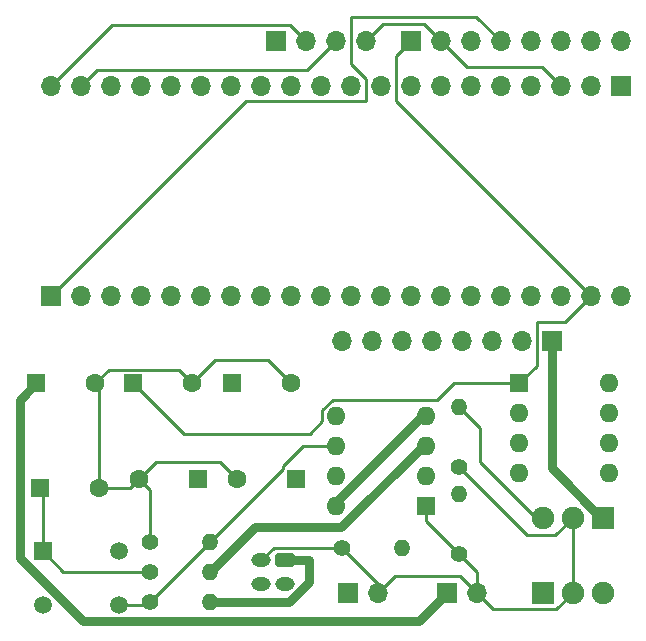
<source format=gbr>
%TF.GenerationSoftware,KiCad,Pcbnew,7.0.7*%
%TF.CreationDate,2023-10-20T12:36:32-04:00*%
%TF.ProjectId,Capstone-board-car,43617073-746f-46e6-952d-626f6172642d,rev?*%
%TF.SameCoordinates,Original*%
%TF.FileFunction,Copper,L1,Top*%
%TF.FilePolarity,Positive*%
%FSLAX46Y46*%
G04 Gerber Fmt 4.6, Leading zero omitted, Abs format (unit mm)*
G04 Created by KiCad (PCBNEW 7.0.7) date 2023-10-20 12:36:32*
%MOMM*%
%LPD*%
G01*
G04 APERTURE LIST*
G04 Aperture macros list*
%AMRoundRect*
0 Rectangle with rounded corners*
0 $1 Rounding radius*
0 $2 $3 $4 $5 $6 $7 $8 $9 X,Y pos of 4 corners*
0 Add a 4 corners polygon primitive as box body*
4,1,4,$2,$3,$4,$5,$6,$7,$8,$9,$2,$3,0*
0 Add four circle primitives for the rounded corners*
1,1,$1+$1,$2,$3*
1,1,$1+$1,$4,$5*
1,1,$1+$1,$6,$7*
1,1,$1+$1,$8,$9*
0 Add four rect primitives between the rounded corners*
20,1,$1+$1,$2,$3,$4,$5,0*
20,1,$1+$1,$4,$5,$6,$7,0*
20,1,$1+$1,$6,$7,$8,$9,0*
20,1,$1+$1,$8,$9,$2,$3,0*%
G04 Aperture macros list end*
%TA.AperFunction,ComponentPad*%
%ADD10R,1.700000X1.700000*%
%TD*%
%TA.AperFunction,ComponentPad*%
%ADD11O,1.700000X1.700000*%
%TD*%
%TA.AperFunction,ComponentPad*%
%ADD12C,1.600000*%
%TD*%
%TA.AperFunction,ComponentPad*%
%ADD13R,1.600000X1.600000*%
%TD*%
%TA.AperFunction,ComponentPad*%
%ADD14C,1.400000*%
%TD*%
%TA.AperFunction,ComponentPad*%
%ADD15O,1.400000X1.400000*%
%TD*%
%TA.AperFunction,ComponentPad*%
%ADD16R,1.910000X1.910000*%
%TD*%
%TA.AperFunction,ComponentPad*%
%ADD17C,1.910000*%
%TD*%
%TA.AperFunction,ComponentPad*%
%ADD18O,1.600000X1.600000*%
%TD*%
%TA.AperFunction,ComponentPad*%
%ADD19R,1.508000X1.508000*%
%TD*%
%TA.AperFunction,ComponentPad*%
%ADD20C,1.508000*%
%TD*%
%TA.AperFunction,ComponentPad*%
%ADD21O,1.650000X1.200000*%
%TD*%
%TA.AperFunction,ComponentPad*%
%ADD22RoundRect,0.250000X-0.575000X0.350000X-0.575000X-0.350000X0.575000X-0.350000X0.575000X0.350000X0*%
%TD*%
%TA.AperFunction,Conductor*%
%ADD23C,0.750000*%
%TD*%
%TA.AperFunction,Conductor*%
%ADD24C,0.250000*%
%TD*%
G04 APERTURE END LIST*
D10*
%TO.P,J1,1,Pin_1*%
%TO.N,Net-(J1-Pin_1)*%
X87630000Y-77978000D03*
D11*
%TO.P,J1,2,Pin_2*%
%TO.N,Net-(J1-Pin_2)*%
X85090000Y-77978000D03*
%TO.P,J1,3,Pin_3*%
%TO.N,Earth*%
X82550000Y-77978000D03*
%TO.P,J1,4,Pin_4*%
%TO.N,Net-(J1-Pin_4)*%
X80010000Y-77978000D03*
%TO.P,J1,5,Pin_5*%
%TO.N,Net-(J1-Pin_5)*%
X77470000Y-77978000D03*
%TO.P,J1,6,Pin_6*%
%TO.N,Net-(J1-Pin_6)*%
X74930000Y-77978000D03*
%TO.P,J1,7,Pin_7*%
%TO.N,Net-(J1-Pin_7)*%
X72390000Y-77978000D03*
%TO.P,J1,8,Pin_8*%
%TO.N,unconnected-(J1-Pin_8-Pad8)*%
X69850000Y-77978000D03*
%TO.P,J1,9,Pin_9*%
%TO.N,unconnected-(J1-Pin_9-Pad9)*%
X67310000Y-77978000D03*
%TO.P,J1,10,Pin_10*%
%TO.N,unconnected-(J1-Pin_10-Pad10)*%
X64770000Y-77978000D03*
%TO.P,J1,11,Pin_11*%
%TO.N,unconnected-(J1-Pin_11-Pad11)*%
X62230000Y-77978000D03*
%TO.P,J1,12,Pin_12*%
%TO.N,unconnected-(J1-Pin_12-Pad12)*%
X59690000Y-77978000D03*
%TO.P,J1,13,Pin_13*%
%TO.N,unconnected-(J1-Pin_13-Pad13)*%
X57150000Y-77978000D03*
%TO.P,J1,14,Pin_14*%
%TO.N,unconnected-(J1-Pin_14-Pad14)*%
X54610000Y-77978000D03*
%TO.P,J1,15,Pin_15*%
%TO.N,unconnected-(J1-Pin_15-Pad15)*%
X52070000Y-77978000D03*
%TO.P,J1,16,Pin_16*%
%TO.N,unconnected-(J1-Pin_16-Pad16)*%
X49530000Y-77978000D03*
%TO.P,J1,17,Pin_17*%
%TO.N,unconnected-(J1-Pin_17-Pad17)*%
X46990000Y-77978000D03*
%TO.P,J1,18,Pin_18*%
%TO.N,unconnected-(J1-Pin_18-Pad18)*%
X44450000Y-77978000D03*
%TO.P,J1,19,Pin_19*%
%TO.N,Net-(J1-Pin_19)*%
X41910000Y-77978000D03*
%TO.P,J1,20,Pin_20*%
%TO.N,Net-(J1-Pin_20)*%
X39370000Y-77978000D03*
%TD*%
D12*
%TO.P,C5,2*%
%TO.N,Earth*%
X43140000Y-103124000D03*
D13*
%TO.P,C5,1*%
%TO.N,VCCQ*%
X38140000Y-103124000D03*
%TD*%
D14*
%TO.P,R1,1*%
%TO.N,Net-(C1-Pad1)*%
X47752000Y-119126000D03*
D15*
%TO.P,R1,2*%
%TO.N,Net-(U1-IN)*%
X52832000Y-119126000D03*
%TD*%
D13*
%TO.P,C6,1*%
%TO.N,Net-(J5-Pin_1)*%
X54690000Y-103124000D03*
D12*
%TO.P,C6,2*%
%TO.N,Earth*%
X59690000Y-103124000D03*
%TD*%
D16*
%TO.P,U3,1,IN*%
%TO.N,VCCQ*%
X86116000Y-114554000D03*
D17*
%TO.P,U3,2,GND*%
%TO.N,Earth*%
X83566000Y-114554000D03*
%TO.P,U3,3,OUT*%
%TO.N,Net-(J5-Pin_1)*%
X81016000Y-114554000D03*
%TD*%
D14*
%TO.P,R2,1*%
%TO.N,Earth*%
X47752000Y-116586000D03*
D15*
%TO.P,R2,2*%
%TO.N,Net-(U2-THR)*%
X52832000Y-116586000D03*
%TD*%
D13*
%TO.P,U1,1,OUT*%
%TO.N,Net-(J2-Pin_19)*%
X79010000Y-103150000D03*
D18*
%TO.P,U1,2,NC/ADJ*%
%TO.N,unconnected-(U1-NC{slash}ADJ-Pad2)*%
X79010000Y-105690000D03*
%TO.P,U1,3,GND*%
%TO.N,Earth*%
X79010000Y-108230000D03*
%TO.P,U1,4,NC*%
%TO.N,unconnected-(U1-NC-Pad4)*%
X79010000Y-110770000D03*
%TO.P,U1,5,\u002ASHDN*%
%TO.N,unconnected-(U1-\u002ASHDN-Pad5)*%
X86630000Y-110770000D03*
%TO.P,U1,6,NC*%
%TO.N,unconnected-(U1-NC-Pad6)*%
X86630000Y-108230000D03*
%TO.P,U1,7,NC*%
%TO.N,unconnected-(U1-NC-Pad7)*%
X86630000Y-105690000D03*
%TO.P,U1,8,IN*%
%TO.N,Net-(U1-IN)*%
X86630000Y-103150000D03*
%TD*%
D14*
%TO.P,R6,1*%
%TO.N,Earth*%
X73914000Y-110236000D03*
D15*
%TO.P,R6,2*%
%TO.N,Net-(J5-Pin_1)*%
X73914000Y-105156000D03*
%TD*%
D14*
%TO.P,R3,1*%
%TO.N,Net-(U2-THR)*%
X47752000Y-121666000D03*
D15*
%TO.P,R3,2*%
%TO.N,VCC*%
X52832000Y-121666000D03*
%TD*%
D13*
%TO.P,U2,1,GND*%
%TO.N,Earth*%
X71110000Y-113528000D03*
D18*
%TO.P,U2,2,TR*%
%TO.N,Net-(U2-THR)*%
X71110000Y-110988000D03*
%TO.P,U2,3,Q*%
%TO.N,Net-(U1-IN)*%
X71110000Y-108448000D03*
%TO.P,U2,4,R*%
%TO.N,VCC*%
X71110000Y-105908000D03*
%TO.P,U2,5,CV*%
%TO.N,unconnected-(U2-CV-Pad5)*%
X63490000Y-105908000D03*
%TO.P,U2,6,THR*%
%TO.N,Net-(U2-THR)*%
X63490000Y-108448000D03*
%TO.P,U2,7,DIS*%
%TO.N,unconnected-(U2-DIS-Pad7)*%
X63490000Y-110988000D03*
%TO.P,U2,8,VCC*%
%TO.N,VCC*%
X63490000Y-113528000D03*
%TD*%
D10*
%TO.P,BT2,1,+*%
%TO.N,VCCQ*%
X72898000Y-120904000D03*
D11*
%TO.P,BT2,2,-*%
%TO.N,Earth*%
X75438000Y-120904000D03*
%TD*%
D19*
%TO.P,S1,1*%
%TO.N,Net-(C1-Pad1)*%
X38660000Y-117384000D03*
D20*
%TO.P,S1,2*%
%TO.N,unconnected-(S1-Pad2)*%
X45160000Y-117384000D03*
%TO.P,S1,3*%
%TO.N,unconnected-(S1-Pad3)*%
X38660000Y-121884000D03*
%TO.P,S1,4*%
%TO.N,Net-(U2-THR)*%
X45160000Y-121884000D03*
%TD*%
D13*
%TO.P,C2,1*%
%TO.N,Net-(J2-Pin_19)*%
X46308000Y-103124000D03*
D12*
%TO.P,C2,2*%
%TO.N,Earth*%
X51308000Y-103124000D03*
%TD*%
D10*
%TO.P,J4,1,Pin_1*%
%TO.N,VCCQ*%
X81778000Y-99558000D03*
D11*
%TO.P,J4,2,Pin_2*%
%TO.N,Earth*%
X79238000Y-99558000D03*
%TO.P,J4,3,Pin_3*%
%TO.N,Net-(J1-Pin_1)*%
X76698000Y-99558000D03*
%TO.P,J4,4,Pin_4*%
%TO.N,Net-(J1-Pin_2)*%
X74158000Y-99558000D03*
%TO.P,J4,5,Pin_5*%
%TO.N,Net-(J1-Pin_4)*%
X71618000Y-99558000D03*
%TO.P,J4,6,Pin_6*%
%TO.N,Net-(J1-Pin_5)*%
X69078000Y-99558000D03*
%TO.P,J4,7,Pin_7*%
%TO.N,Net-(J1-Pin_6)*%
X66538000Y-99558000D03*
%TO.P,J4,8,Pin_8*%
%TO.N,Net-(J1-Pin_7)*%
X63998000Y-99558000D03*
%TD*%
D21*
%TO.P,BT1,4*%
%TO.N,N/C*%
X57182000Y-120142000D03*
%TO.P,BT1,3*%
X59182000Y-120142000D03*
%TO.P,BT1,2,-*%
%TO.N,Earth*%
X57182000Y-118142000D03*
D22*
%TO.P,BT1,1,+*%
%TO.N,VCC*%
X59182000Y-118142000D03*
%TD*%
D16*
%TO.P,U4,1,IN*%
%TO.N,Net-(U1-IN)*%
X81016000Y-120904000D03*
D17*
%TO.P,U4,2,GND*%
%TO.N,Earth*%
X83566000Y-120904000D03*
%TO.P,U4,3,OUT*%
%TO.N,Net-(J3-Pin_1)*%
X86116000Y-120904000D03*
%TD*%
D13*
%TO.P,C1,1*%
%TO.N,Net-(C1-Pad1)*%
X38434000Y-112014000D03*
D12*
%TO.P,C1,2*%
%TO.N,Earth*%
X43434000Y-112014000D03*
%TD*%
D10*
%TO.P,J5,1,Pin_1*%
%TO.N,Net-(J5-Pin_1)*%
X64516000Y-120904000D03*
D11*
%TO.P,J5,2,Pin_2*%
%TO.N,Earth*%
X67056000Y-120904000D03*
%TD*%
D13*
%TO.P,C4,1*%
%TO.N,Net-(J3-Pin_1)*%
X60158000Y-111252000D03*
D12*
%TO.P,C4,2*%
%TO.N,Earth*%
X55158000Y-111252000D03*
%TD*%
D10*
%TO.P,J3,1,Pin_1*%
%TO.N,Net-(J3-Pin_1)*%
X58430000Y-74168000D03*
D11*
%TO.P,J3,2,Pin_2*%
%TO.N,Net-(J1-Pin_20)*%
X60970000Y-74168000D03*
%TO.P,J3,3,Pin_3*%
%TO.N,Net-(J1-Pin_19)*%
X63510000Y-74168000D03*
%TO.P,J3,4,Pin_4*%
%TO.N,Earth*%
X66050000Y-74168000D03*
%TD*%
D10*
%TO.P,J2,1,Pin_1*%
%TO.N,Net-(J2-Pin_1)*%
X39370000Y-95758000D03*
D11*
%TO.P,J2,2,Pin_2*%
%TO.N,Net-(J2-Pin_2)*%
X41910000Y-95758000D03*
%TO.P,J2,3,Pin_3*%
%TO.N,unconnected-(J2-Pin_3-Pad3)*%
X44450000Y-95758000D03*
%TO.P,J2,4,Pin_4*%
%TO.N,unconnected-(J2-Pin_4-Pad4)*%
X46990000Y-95758000D03*
%TO.P,J2,5,Pin_5*%
%TO.N,unconnected-(J2-Pin_5-Pad5)*%
X49530000Y-95758000D03*
%TO.P,J2,6,Pin_6*%
%TO.N,unconnected-(J2-Pin_6-Pad6)*%
X52070000Y-95758000D03*
%TO.P,J2,7,Pin_7*%
%TO.N,unconnected-(J2-Pin_7-Pad7)*%
X54610000Y-95758000D03*
%TO.P,J2,8,Pin_8*%
%TO.N,unconnected-(J2-Pin_8-Pad8)*%
X57150000Y-95758000D03*
%TO.P,J2,9,Pin_9*%
%TO.N,unconnected-(J2-Pin_9-Pad9)*%
X59690000Y-95758000D03*
%TO.P,J2,10,Pin_10*%
%TO.N,unconnected-(J2-Pin_10-Pad10)*%
X62230000Y-95758000D03*
%TO.P,J2,11,Pin_11*%
%TO.N,unconnected-(J2-Pin_11-Pad11)*%
X64770000Y-95758000D03*
%TO.P,J2,12,Pin_12*%
%TO.N,unconnected-(J2-Pin_12-Pad12)*%
X67310000Y-95758000D03*
%TO.P,J2,13,Pin_13*%
%TO.N,unconnected-(J2-Pin_13-Pad13)*%
X69850000Y-95758000D03*
%TO.P,J2,14,Pin_14*%
%TO.N,unconnected-(J2-Pin_14-Pad14)*%
X72390000Y-95758000D03*
%TO.P,J2,15,Pin_15*%
%TO.N,unconnected-(J2-Pin_15-Pad15)*%
X74930000Y-95758000D03*
%TO.P,J2,16,Pin_16*%
%TO.N,unconnected-(J2-Pin_16-Pad16)*%
X77470000Y-95758000D03*
%TO.P,J2,17,Pin_17*%
%TO.N,unconnected-(J2-Pin_17-Pad17)*%
X80010000Y-95758000D03*
%TO.P,J2,18,Pin_18*%
%TO.N,unconnected-(J2-Pin_18-Pad18)*%
X82550000Y-95758000D03*
%TO.P,J2,19,Pin_19*%
%TO.N,Net-(J2-Pin_19)*%
X85090000Y-95758000D03*
%TO.P,J2,20,Pin_20*%
%TO.N,unconnected-(J2-Pin_20-Pad20)*%
X87630000Y-95758000D03*
%TD*%
D14*
%TO.P,R4,1*%
%TO.N,Earth*%
X73914000Y-117602000D03*
D15*
%TO.P,R4,2*%
%TO.N,Net-(J3-Pin_1)*%
X73914000Y-112522000D03*
%TD*%
D14*
%TO.P,R5,1*%
%TO.N,Earth*%
X64008000Y-117094000D03*
D15*
%TO.P,R5,2*%
%TO.N,Net-(J5-Pin_1)*%
X69088000Y-117094000D03*
%TD*%
D10*
%TO.P,J6,1,Pin_1*%
%TO.N,Net-(J2-Pin_19)*%
X69850000Y-74168000D03*
D11*
%TO.P,J6,2,Pin_2*%
%TO.N,Earth*%
X72390000Y-74168000D03*
%TO.P,J6,3,Pin_3*%
%TO.N,Net-(J2-Pin_2)*%
X74930000Y-74168000D03*
%TO.P,J6,4,Pin_4*%
%TO.N,Net-(J2-Pin_1)*%
X77470000Y-74168000D03*
%TO.P,J6,5,Pin_5*%
%TO.N,unconnected-(J6-Pin_5-Pad5)*%
X80010000Y-74168000D03*
%TO.P,J6,6,Pin_6*%
%TO.N,unconnected-(J6-Pin_6-Pad6)*%
X82550000Y-74168000D03*
%TO.P,J6,7,Pin_7*%
%TO.N,unconnected-(J6-Pin_7-Pad7)*%
X85090000Y-74168000D03*
%TO.P,J6,8,Pin_8*%
%TO.N,unconnected-(J6-Pin_8-Pad8)*%
X87630000Y-74168000D03*
%TD*%
D12*
%TO.P,C3,2*%
%TO.N,Earth*%
X46816000Y-111252000D03*
D13*
%TO.P,C3,1*%
%TO.N,Net-(U1-IN)*%
X51816000Y-111252000D03*
%TD*%
D23*
%TO.N,VCC*%
X59182000Y-118142000D02*
X61246000Y-118142000D01*
X63490000Y-113210000D02*
X63490000Y-113528000D01*
X59544701Y-121666000D02*
X52832000Y-121666000D01*
X71110000Y-105908000D02*
X70792000Y-105908000D01*
X61246000Y-118142000D02*
X61246000Y-119964701D01*
X70792000Y-105908000D02*
X63490000Y-113210000D01*
X61246000Y-119964701D02*
X59544701Y-121666000D01*
D24*
%TO.N,Earth*%
X64008000Y-117094000D02*
X67056000Y-120142000D01*
X43434000Y-112014000D02*
X46054000Y-112014000D01*
X47752000Y-112188000D02*
X46816000Y-111252000D01*
X43434000Y-103418000D02*
X43140000Y-103124000D01*
X83566000Y-120904000D02*
X83566000Y-114554000D01*
X75438000Y-119126000D02*
X75438000Y-120904000D01*
X53232000Y-101200000D02*
X57766000Y-101200000D01*
X75438000Y-120904000D02*
X76834000Y-122300000D01*
X73914000Y-110236000D02*
X73916000Y-110236000D01*
X70922000Y-72700000D02*
X72390000Y-74168000D01*
X44265000Y-101999000D02*
X50183000Y-101999000D01*
X46054000Y-112014000D02*
X46816000Y-111252000D01*
X43140000Y-103124000D02*
X44265000Y-101999000D01*
X53716000Y-109810000D02*
X55158000Y-111252000D01*
X79710000Y-116030000D02*
X82090000Y-116030000D01*
X57182000Y-118142000D02*
X58230000Y-117094000D01*
X48258000Y-109810000D02*
X53716000Y-109810000D01*
X82090000Y-116030000D02*
X83566000Y-114554000D01*
X68510000Y-119450000D02*
X73984000Y-119450000D01*
X43434000Y-112014000D02*
X43434000Y-103418000D01*
X71110000Y-113528000D02*
X71110000Y-114798000D01*
X76834000Y-122300000D02*
X82170000Y-122300000D01*
X58230000Y-117094000D02*
X64008000Y-117094000D01*
X72390000Y-74168000D02*
X74612000Y-76390000D01*
X73984000Y-119450000D02*
X75438000Y-120904000D01*
X50183000Y-101999000D02*
X51308000Y-103124000D01*
X67056000Y-120142000D02*
X67056000Y-120904000D01*
X74612000Y-76390000D02*
X80962000Y-76390000D01*
X67056000Y-120904000D02*
X68510000Y-119450000D01*
X51308000Y-103124000D02*
X53232000Y-101200000D01*
X80962000Y-76390000D02*
X82550000Y-77978000D01*
X67518000Y-72700000D02*
X70922000Y-72700000D01*
X73914000Y-117602000D02*
X75438000Y-119126000D01*
X57766000Y-101200000D02*
X59690000Y-103124000D01*
X73916000Y-110236000D02*
X79710000Y-116030000D01*
X66050000Y-74168000D02*
X67518000Y-72700000D01*
X82170000Y-122300000D02*
X83566000Y-120904000D01*
X71110000Y-114798000D02*
X73914000Y-117602000D01*
X47752000Y-116586000D02*
X47752000Y-112188000D01*
X46816000Y-111252000D02*
X48258000Y-109810000D01*
D23*
%TO.N,VCCQ*%
X72898000Y-120904000D02*
X70502000Y-123300000D01*
X42110000Y-123300000D02*
X36740000Y-117930000D01*
X86116000Y-114554000D02*
X85974000Y-114554000D01*
X70502000Y-123300000D02*
X42110000Y-123300000D01*
X36740000Y-104524000D02*
X38140000Y-103124000D01*
X81778000Y-110358000D02*
X81778000Y-99558000D01*
X36740000Y-117930000D02*
X36740000Y-104524000D01*
X85974000Y-114554000D02*
X81778000Y-110358000D01*
D24*
%TO.N,Net-(C1-Pad1)*%
X40402000Y-119126000D02*
X47752000Y-119126000D01*
X38660000Y-117384000D02*
X40402000Y-119126000D01*
X38660000Y-117384000D02*
X38660000Y-112240000D01*
X38660000Y-112240000D02*
X38434000Y-112014000D01*
%TO.N,Net-(J2-Pin_19)*%
X80500000Y-97960000D02*
X80500000Y-101660000D01*
X72080000Y-104570000D02*
X63237009Y-104570000D01*
X68590000Y-79258000D02*
X85090000Y-95758000D01*
X85090000Y-95758000D02*
X82888000Y-97960000D01*
X73526000Y-103124000D02*
X73552000Y-103150000D01*
X63237009Y-104570000D02*
X62365000Y-105442009D01*
X68590000Y-75428000D02*
X68590000Y-79258000D01*
X50626000Y-107442000D02*
X46308000Y-103124000D01*
X61296991Y-107442000D02*
X50626000Y-107442000D01*
X73526000Y-103124000D02*
X72080000Y-104570000D01*
X62365000Y-105442009D02*
X62365000Y-106373991D01*
X69850000Y-74168000D02*
X68590000Y-75428000D01*
X73552000Y-103150000D02*
X79010000Y-103150000D01*
X80500000Y-101660000D02*
X79010000Y-103150000D01*
X62365000Y-106373991D02*
X61296991Y-107442000D01*
X82888000Y-97960000D02*
X80500000Y-97960000D01*
%TO.N,Net-(J5-Pin_1)*%
X75668000Y-106910000D02*
X75668000Y-109788000D01*
X80434000Y-114554000D02*
X81016000Y-114554000D01*
X75668000Y-109788000D02*
X80434000Y-114554000D01*
X73914000Y-105156000D02*
X75668000Y-106910000D01*
D23*
%TO.N,Net-(U1-IN)*%
X63970000Y-115320000D02*
X56638000Y-115320000D01*
X71110000Y-108448000D02*
X70842000Y-108448000D01*
X70842000Y-108448000D02*
X63970000Y-115320000D01*
D24*
X52832000Y-119126000D02*
X53166000Y-119460000D01*
D23*
X56638000Y-115320000D02*
X52832000Y-119126000D01*
D24*
%TO.N,Net-(J1-Pin_19)*%
X61048000Y-76630000D02*
X63510000Y-74168000D01*
X41910000Y-77978000D02*
X43258000Y-76630000D01*
X43258000Y-76630000D02*
X61048000Y-76630000D01*
%TO.N,Net-(J1-Pin_20)*%
X44548000Y-72800000D02*
X59602000Y-72800000D01*
X59602000Y-72800000D02*
X60970000Y-74168000D01*
X39370000Y-77978000D02*
X44548000Y-72800000D01*
%TO.N,Net-(J2-Pin_1)*%
X66050000Y-79260000D02*
X55868000Y-79260000D01*
X77470000Y-74168000D02*
X75402000Y-72100000D01*
X64800000Y-76156299D02*
X66050000Y-77406299D01*
X75402000Y-72100000D02*
X64800000Y-72100000D01*
X55868000Y-79260000D02*
X39370000Y-95758000D01*
X64800000Y-72100000D02*
X64800000Y-76156299D01*
X66050000Y-77406299D02*
X66050000Y-79260000D01*
%TO.N,Net-(U2-THR)*%
X59033000Y-110387000D02*
X59033000Y-110127000D01*
X47752000Y-121666000D02*
X52832000Y-116586000D01*
X52832000Y-116586000D02*
X52834000Y-116586000D01*
X52834000Y-116586000D02*
X59033000Y-110387000D01*
X47534000Y-121884000D02*
X47752000Y-121666000D01*
X60712000Y-108448000D02*
X63490000Y-108448000D01*
X45160000Y-121884000D02*
X47534000Y-121884000D01*
X59033000Y-110127000D02*
X60712000Y-108448000D01*
%TD*%
M02*

</source>
